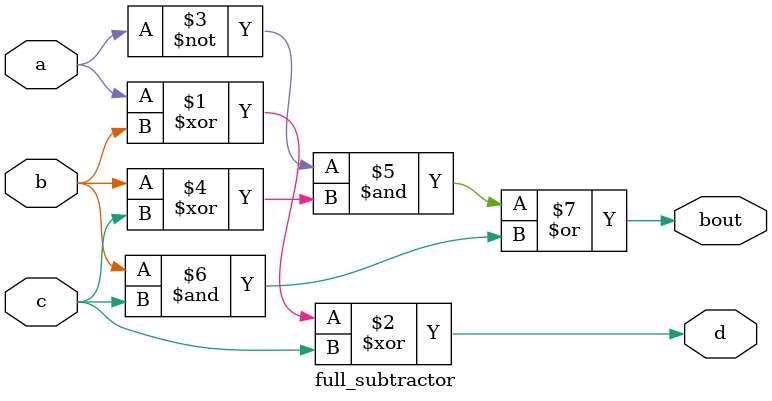
<source format=v>
module full_subtractor(a,b,d,c,bout);
input a,b,c;
output d,bout;
assign d=(a^b^c);
assign bout=~a&(b^c)|b&c;

endmodule 
</source>
